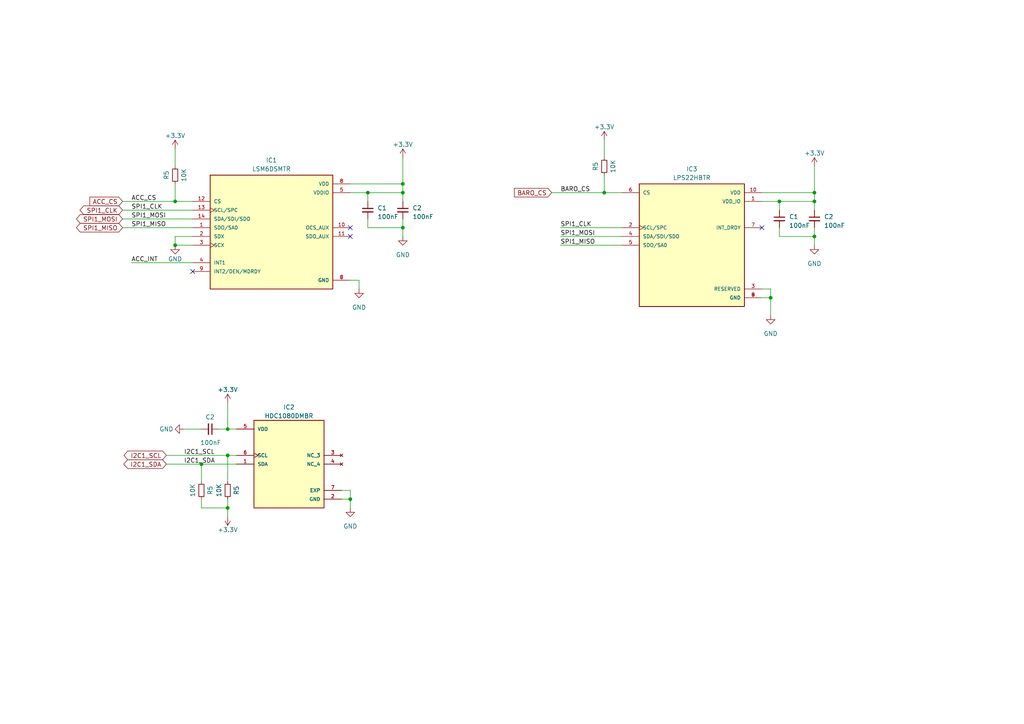
<source format=kicad_sch>
(kicad_sch (version 20230121) (generator eeschema)
  (paper "A4")
  (lib_symbols
    (symbol "Device:C_Small" (pin_numbers hide) (pin_names (offset 0.254) hide)
      (property "Reference" "C" (at 0.254 1.778 0))
      (property "Value" "C_Small" (at 0.254 -2.032 0))
      (symbol "C_Small_0_1"
        (polyline (pts (xy -1.524 -0.508) (xy 1.524 -0.508)) (stroke (width 0.3302)))
        (polyline (pts (xy -1.524 0.508) (xy 1.524 0.508)) (stroke (width 0.3048)))
      )
      (symbol "C_Small_1_1"
        (pin passive line (at 0 2.54 270) (length 2.032) (name "~") (number "1"))
        (pin passive line (at 0 -2.54 90) (length 2.032) (name "~") (number "2"))
      )
    )
    (symbol "Device:R_Small" (pin_numbers hide) (pin_names (offset 0.254) hide)
      (property "Reference" "R" (at 0.762 0.508 0))
      (property "Value" "R_Small" (at 0.762 -1.016 0))
      (symbol "R_Small_0_1"
        (rectangle (start -0.762 1.778) (end 0.762 -1.778) (stroke (width 0.2032)))
      )
      (symbol "R_Small_1_1"
        (pin passive line (at 0 2.54 270) (length 0.762) (name "~") (number "1"))
        (pin passive line (at 0 -2.54 90) (length 0.762) (name "~") (number "2"))
      )
    )
    (symbol "db-sensor-baro:LPS22HBTR" (pin_names (offset 1.016))
      (property "Reference" "IC" (at -15.24 20.32 0))
      (property "Value" "LPS22HBTR" (at -15.24 -20.32 0))
      (symbol "LPS22HBTR_0_0"
        (rectangle (start -15.24 -17.78) (end 15.24 17.78) (stroke (width 0.254)) (fill (type background)))
        (pin power_in line (at 20.32 12.7 180) (length 5.08) (name "VDD_IO") (number "1"))
        (pin power_in line (at 20.32 15.24 180) (length 5.08) (name "VDD") (number "10"))
        (pin input clock (at -20.32 5.08 0) (length 5.08) (name "SCL/SPC") (number "2"))
        (pin passive line (at 20.32 -12.7 180) (length 5.08) (name "RESERVED") (number "3"))
        (pin bidirectional line (at -20.32 2.54 0) (length 5.08) (name "SDA/SDI/SDO") (number "4"))
        (pin bidirectional line (at -20.32 0 0) (length 5.08) (name "SDO/SA0") (number "5"))
        (pin input line (at -20.32 15.24 0) (length 5.08) (name "CS") (number "6"))
        (pin output line (at 20.32 5.08 180) (length 5.08) (name "INT_DRDY") (number "7"))
        (pin power_in line (at 20.32 -15.24 180) (length 5.08) (name "GND") (number "8"))
        (pin power_in line (at 20.32 -15.24 180) (length 5.08) (name "GND") (number "9"))
      )
    )
    (symbol "db-sensor-imu:LSM6DSMTR" (pin_names (offset 1.016))
      (property "Reference" "IC" (at -17.78 16.51 0))
      (property "Value" "LSM6DSMTR" (at -17.78 -21.59 0))
      (symbol "LSM6DSMTR_0_0"
        (rectangle (start -17.78 -17.78) (end 17.78 15.24) (stroke (width 0.254)) (fill (type background)))
        (pin bidirectional line (at -22.86 0 0) (length 5.08) (name "SDO/SA0") (number "1"))
        (pin input line (at 22.86 0 180) (length 5.08) (name "OCS_AUX") (number "10"))
        (pin bidirectional line (at 22.86 -2.54 180) (length 5.08) (name "SDO_AUX") (number "11"))
        (pin input line (at -22.86 7.62 0) (length 5.08) (name "CS") (number "12"))
        (pin input clock (at -22.86 5.08 0) (length 5.08) (name "SCL/SPC") (number "13"))
        (pin bidirectional line (at -22.86 2.54 0) (length 5.08) (name "SDA/SDI/SDO") (number "14"))
        (pin bidirectional line (at -22.86 -2.54 0) (length 5.08) (name "SDX") (number "2"))
        (pin bidirectional clock (at -22.86 -5.08 0) (length 5.08) (name "SCX") (number "3"))
        (pin input line (at -22.86 -10.16 0) (length 5.08) (name "INT1") (number "4"))
        (pin power_in line (at 22.86 10.16 180) (length 5.08) (name "VDDIO") (number "5"))
        (pin power_in line (at 22.86 -15.24 180) (length 5.08) (name "GND") (number "6"))
        (pin power_in line (at 22.86 -15.24 180) (length 5.08) (name "GND") (number "7"))
        (pin power_in line (at 22.86 12.7 180) (length 5.08) (name "VDD") (number "8"))
        (pin input line (at -22.86 -12.7 0) (length 5.08) (name "INT2/DEN/MDRDY") (number "9"))
      )
    )
    (symbol "db-sensor-temp:HDC1080DMBR" (pin_names (offset 1.016))
      (property "Reference" "IC" (at -10.16 13.97 0))
      (property "Value" "HDC1080DMBR" (at -10.16 -15.24 0))
      (symbol "HDC1080DMBR_0_0"
        (rectangle (start -10.16 -12.7) (end 10.16 12.7) (stroke (width 0.254)) (fill (type background)))
        (pin bidirectional line (at -15.24 0 0) (length 5.08) (name "SDA") (number "1"))
        (pin power_in line (at 15.24 -10.16 180) (length 5.08) (name "GND") (number "2"))
        (pin no_connect line (at 15.24 2.54 180) (length 5.08) (name "NC_3") (number "3"))
        (pin no_connect line (at 15.24 0 180) (length 5.08) (name "NC_4") (number "4"))
        (pin power_in line (at -15.24 10.16 0) (length 5.08) (name "VDD") (number "5"))
        (pin input clock (at -15.24 2.54 0) (length 5.08) (name "SCL") (number "6"))
        (pin passive line (at 15.24 -7.62 180) (length 5.08) (name "EXP") (number "7"))
      )
    )
    (symbol "power:+3.3V" (power) (pin_names (offset 0))
      (property "Value" "+3.3V" (at 0 3.556 0))
      (symbol "+3.3V_0_1"
        (polyline (pts (xy -0.762 1.27) (xy 0 2.54)))
        (polyline (pts (xy 0 0) (xy 0 2.54)))
        (polyline (pts (xy 0 2.54) (xy 0.762 1.27)))
      )
      (symbol "+3.3V_1_1"
        (pin power_in line (at 0 0 90) (length 0) hide (name "+3.3V") (number "1"))
      )
    )
    (symbol "power:GND" (power) (pin_names (offset 0))
      (property "Value" "GND" (at 0 -3.81 0))
      (symbol "GND_0_1"
        (polyline (pts (xy 0 0) (xy 0 -1.27) (xy 1.27 -1.27) (xy 0 -2.54) (xy -1.27 -1.27) (xy 0 -1.27)))
      )
      (symbol "GND_1_1"
        (pin power_in line (at 0 0 270) (length 0) hide (name "GND") (number "1"))
      )
    )
  )
  (junction (at 226.06 58.42))
  (junction (at 58.42 134.62))
  (junction (at 101.6 144.78))
  (junction (at 66.04 132.08))
  (junction (at 50.8 71.12))
  (junction (at 106.68 55.88))
  (junction (at 66.04 124.46))
  (junction (at 236.22 58.42))
  (junction (at 236.22 55.88))
  (junction (at 116.84 55.88))
  (junction (at 116.84 53.34))
  (junction (at 223.52 86.36))
  (junction (at 50.8 58.42))
  (junction (at 175.26 55.88))
  (junction (at 236.22 68.58))
  (junction (at 66.04 147.32))
  (junction (at 116.84 66.04))
  (no_connect (at 55.88 78.74))
  (no_connect (at 220.98 66.04))
  (no_connect (at 101.6 66.04))
  (no_connect (at 101.6 68.58))
  (wire (pts (xy 48.26 132.08) (xy 66.04 132.08)))
  (wire (pts (xy 236.22 66.04) (xy 236.22 68.58)))
  (wire (pts (xy 226.06 68.58) (xy 236.22 68.58)))
  (wire (pts (xy 101.6 142.24) (xy 101.6 144.78)))
  (wire (pts (xy 58.42 134.62) (xy 58.42 139.7)))
  (wire (pts (xy 175.26 55.88) (xy 175.26 50.8)))
  (wire (pts (xy 116.84 66.04) (xy 116.84 68.58)))
  (wire (pts (xy 58.42 124.46) (xy 53.34 124.46)))
  (wire (pts (xy 220.98 55.88) (xy 236.22 55.88)))
  (wire (pts (xy 223.52 83.82) (xy 223.52 86.36)))
  (wire (pts (xy 55.88 68.58) (xy 50.8 68.58)))
  (wire (pts (xy 162.56 71.12) (xy 180.34 71.12)))
  (wire (pts (xy 160.02 55.88) (xy 175.26 55.88)))
  (wire (pts (xy 55.88 58.42) (xy 50.8 58.42)))
  (wire (pts (xy 35.56 60.96) (xy 55.88 60.96)))
  (wire (pts (xy 223.52 86.36) (xy 223.52 91.44)))
  (wire (pts (xy 101.6 144.78) (xy 101.6 147.32)))
  (wire (pts (xy 66.04 132.08) (xy 68.58 132.08)))
  (wire (pts (xy 106.68 55.88) (xy 116.84 55.88)))
  (wire (pts (xy 66.04 147.32) (xy 66.04 149.86)))
  (wire (pts (xy 162.56 68.58) (xy 180.34 68.58)))
  (wire (pts (xy 58.42 144.78) (xy 58.42 147.32)))
  (wire (pts (xy 50.8 68.58) (xy 50.8 71.12)))
  (wire (pts (xy 66.04 124.46) (xy 63.5 124.46)))
  (wire (pts (xy 35.56 66.04) (xy 55.88 66.04)))
  (wire (pts (xy 236.22 58.42) (xy 236.22 55.88)))
  (wire (pts (xy 220.98 86.36) (xy 223.52 86.36)))
  (wire (pts (xy 35.56 58.42) (xy 50.8 58.42)))
  (wire (pts (xy 50.8 43.18) (xy 50.8 48.26)))
  (wire (pts (xy 220.98 83.82) (xy 223.52 83.82)))
  (wire (pts (xy 48.26 134.62) (xy 58.42 134.62)))
  (wire (pts (xy 50.8 71.12) (xy 55.88 71.12)))
  (wire (pts (xy 162.56 66.04) (xy 180.34 66.04)))
  (wire (pts (xy 66.04 132.08) (xy 66.04 139.7)))
  (wire (pts (xy 236.22 55.88) (xy 236.22 48.26)))
  (wire (pts (xy 68.58 124.46) (xy 66.04 124.46)))
  (wire (pts (xy 101.6 55.88) (xy 106.68 55.88)))
  (wire (pts (xy 106.68 66.04) (xy 116.84 66.04)))
  (wire (pts (xy 101.6 81.28) (xy 104.14 81.28)))
  (wire (pts (xy 116.84 55.88) (xy 116.84 58.42)))
  (wire (pts (xy 66.04 124.46) (xy 66.04 116.84)))
  (wire (pts (xy 226.06 58.42) (xy 236.22 58.42)))
  (wire (pts (xy 220.98 58.42) (xy 226.06 58.42)))
  (wire (pts (xy 180.34 55.88) (xy 175.26 55.88)))
  (wire (pts (xy 236.22 68.58) (xy 236.22 71.12)))
  (wire (pts (xy 116.84 55.88) (xy 116.84 53.34)))
  (wire (pts (xy 58.42 134.62) (xy 68.58 134.62)))
  (wire (pts (xy 58.42 147.32) (xy 66.04 147.32)))
  (wire (pts (xy 226.06 58.42) (xy 226.06 60.96)))
  (wire (pts (xy 226.06 66.04) (xy 226.06 68.58)))
  (wire (pts (xy 101.6 53.34) (xy 116.84 53.34)))
  (wire (pts (xy 175.26 40.64) (xy 175.26 45.72)))
  (wire (pts (xy 99.06 144.78) (xy 101.6 144.78)))
  (wire (pts (xy 106.68 55.88) (xy 106.68 58.42)))
  (wire (pts (xy 106.68 63.5) (xy 106.68 66.04)))
  (wire (pts (xy 35.56 63.5) (xy 55.88 63.5)))
  (wire (pts (xy 66.04 144.78) (xy 66.04 147.32)))
  (wire (pts (xy 116.84 63.5) (xy 116.84 66.04)))
  (wire (pts (xy 50.8 53.34) (xy 50.8 58.42)))
  (wire (pts (xy 116.84 53.34) (xy 116.84 45.72)))
  (wire (pts (xy 38.1 76.2) (xy 55.88 76.2)))
  (wire (pts (xy 104.14 81.28) (xy 104.14 83.82)))
  (wire (pts (xy 99.06 142.24) (xy 101.6 142.24)))
  (wire (pts (xy 236.22 58.42) (xy 236.22 60.96)))
  (label "ACC_INT" (at 38.1 76.2 0))
  (label "SPI1_MISO" (at 162.56 71.12 0))
  (label "I2C1_SDA" (at 53.34 134.62 0))
  (label "SPI1_MISO" (at 38.1 66.04 0))
  (label "ACC_CS" (at 38.1 58.42 0))
  (label "SPI1_MOSI" (at 162.56 68.58 0))
  (label "SPI1_MOSI" (at 38.1 63.5 0))
  (label "I2C1_SCL" (at 53.34 132.08 0))
  (label "BARO_CS" (at 162.56 55.88 0))
  (label "SPI1_CLK" (at 162.56 66.04 0))
  (label "SPI1_CLK" (at 38.1 60.96 0))
  (global_label "I2C1_SCL" (shape bidirectional) (at 48.26 132.08 180) (property "Intersheetrefs" "${INTERSHEET_REFS}" (effects hide)))
  (global_label "SPI1_MISO" (shape bidirectional) (at 35.56 66.04 180) (property "Intersheetrefs" "${INTERSHEET_REFS}" (effects hide)))
  (global_label "ACC_CS" (shape input) (at 35.56 58.42 180) (property "Intersheetrefs" "${INTERSHEET_REFS}" (effects hide)))
  (global_label "I2C1_SDA" (shape bidirectional) (at 48.26 134.62 180) (property "Intersheetrefs" "${INTERSHEET_REFS}" (effects hide)))
  (global_label "BARO_CS" (shape input) (at 160.02 55.88 180) (property "Intersheetrefs" "${INTERSHEET_REFS}" (effects hide)))
  (global_label "SPI1_MOSI" (shape bidirectional) (at 35.56 63.5 180) (property "Intersheetrefs" "${INTERSHEET_REFS}" (effects hide)))
  (global_label "SPI1_CLK" (shape bidirectional) (at 35.56 60.96 180) (property "Intersheetrefs" "${INTERSHEET_REFS}" (effects hide)))
  (symbol (lib_id "db-sensor-imu:LSM6DSMTR") (at 78.74 66.04 0) (unit 1)
    (property "Reference" "IC1" (at 78.74 46.482 0))
    (property "Value" "LSM6DSMTR" (at 78.74 49.022 0))
    (property "Footprint" "PQFN50P300X250X86-14N" (effects hide))
    (property "MANUFACTURER" "STMicroelectronics" (effects hide))
    (property "PARTREV" "Rev 7" (effects hide))
    (property "STANDARD" "IPC 7351B" (effects hide))
    (property "MAXIMUM_PACKAGE_HEIGHT" "0.86 mm" (effects hide))
  )
  (symbol (lib_id "power:+3.3V") (at 236.22 48.26 0) (unit 1)
    (property "Reference" "#PWR02" (effects hide))
    (property "Value" "+3.3V" (at 236.22 44.45 0))
    (instances (project "d3vk1t" (path "" (reference "#PWR02") (unit 1)) (path "" (reference "#PWR014") (unit 1)) (path "" (reference "#PWR038") (unit 1))))
  )
  (symbol (lib_id "Device:R_Small") (at 58.42 142.24 0) (unit 1)
    (property "Reference" "R5" (at 60.96 142.24 90))
    (property "Value" "10K" (at 55.88 142.24 90))
    (property "Footprint" "Resistor_SMD:R_0402_1005Metric" (effects hide))
    (instances (project "d3vk1t" (path "" (reference "R5") (unit 1)) (path "" (reference "R13") (unit 1))))
  )
  (symbol (lib_id "power:GND") (at 50.8 71.12 0) (unit 1)
    (property "Reference" "#PWR07" (effects hide))
    (property "Value" "GND" (at 50.7753 75.1418 0))
    (instances (project "d3vk1t" (path "" (reference "#PWR07") (unit 1)) (path "" (reference "#PWR034") (unit 1))))
  )
  (symbol (lib_id "power:GND") (at 53.34 124.46 270) (mirror x) (unit 1)
    (property "Reference" "#PWR07" (effects hide))
    (property "Value" "GND" (at 48.26 124.46 90))
    (instances (project "d3vk1t" (path "" (reference "#PWR07") (unit 1)) (path "" (reference "#PWR041") (unit 1))))
  )
  (symbol (lib_id "db-sensor-baro:LPS22HBTR") (at 200.66 71.12 0) (unit 1)
    (property "Reference" "IC3" (at 200.66 49.022 0))
    (property "Value" "LPS22HBTR" (at 200.66 51.562 0))
    (property "Footprint" "PQFN50P200X200X80-10N" (effects hide))
    (property "MANUFACTURER" "STMicroelectronics" (effects hide))
    (property "PARTREV" "6" (effects hide))
    (property "STANDARD" "IPC-7351B" (effects hide))
    (property "MAXIMUM_PACKAGE_HEIGHT" "0.8mm" (effects hide))
  )
  (symbol (lib_id "power:GND") (at 101.6 147.32 0) (unit 1)
    (property "Reference" "#PWR07" (effects hide))
    (property "Value" "GND" (at 101.6 152.654 0))
    (instances (project "d3vk1t" (path "" (reference "#PWR07") (unit 1)) (path "" (reference "#PWR033") (unit 1))))
  )
  (symbol (lib_id "Device:C_Small") (at 226.06 63.5 0) (unit 1)
    (property "Reference" "C1" (at 228.854 62.8713 0) (effects (justify left)))
    (property "Value" "100nF" (at 228.854 65.4113 0) (effects (justify left)))
    (property "Footprint" "Capacitor_SMD:C_0402_1005Metric" (effects hide))
    (instances (project "d3vk1t" (path "" (reference "C1") (unit 1)) (path "" (reference "C18") (unit 1))))
  )
  (symbol (lib_id "power:+3.3V") (at 66.04 116.84 0) (mirror y) (unit 1)
    (property "Reference" "#PWR02" (effects hide))
    (property "Value" "+3.3V" (at 66.04 113.03 0))
    (instances (project "d3vk1t" (path "" (reference "#PWR02") (unit 1)) (path "" (reference "#PWR014") (unit 1)) (path "" (reference "#PWR040") (unit 1))))
  )
  (symbol (lib_id "power:+3.3V") (at 50.8 43.18 0) (unit 1)
    (property "Reference" "#PWR02" (effects hide))
    (property "Value" "+3.3V" (at 50.8 39.37 0))
    (instances (project "d3vk1t" (path "" (reference "#PWR02") (unit 1)) (path "" (reference "#PWR014") (unit 1)) (path "" (reference "#PWR030") (unit 1))))
  )
  (symbol (lib_id "Device:C_Small") (at 236.22 63.5 0) (unit 1)
    (property "Reference" "C2" (at 239.014 62.8713 0) (effects (justify left)))
    (property "Value" "100nF" (at 239.014 65.4113 0) (effects (justify left)))
    (property "Footprint" "Capacitor_SMD:C_0402_1005Metric" (effects hide))
    (instances (project "d3vk1t" (path "" (reference "C2") (unit 1)) (path "" (reference "C19") (unit 1))))
  )
  (symbol (lib_id "Device:R_Small") (at 66.04 142.24 0) (unit 1)
    (property "Reference" "R5" (at 68.58 142.24 90))
    (property "Value" "10K" (at 63.5 142.24 90))
    (property "Footprint" "Resistor_SMD:R_0402_1005Metric" (effects hide))
    (instances (project "d3vk1t" (path "" (reference "R5") (unit 1)) (path "" (reference "R12") (unit 1))))
  )
  (symbol (lib_id "power:GND") (at 236.22 71.12 0) (unit 1)
    (property "Reference" "#PWR07" (effects hide))
    (property "Value" "GND" (at 236.22 76.454 0))
    (instances (project "d3vk1t" (path "" (reference "#PWR07") (unit 1)) (path "" (reference "#PWR039") (unit 1))))
  )
  (symbol (lib_id "Device:C_Small") (at 106.68 60.96 0) (unit 1)
    (property "Reference" "C1" (at 109.474 60.3313 0) (effects (justify left)))
    (property "Value" "100nF" (at 109.474 62.8713 0) (effects (justify left)))
    (property "Footprint" "Capacitor_SMD:C_0402_1005Metric" (effects hide))
    (instances (project "d3vk1t" (path "" (reference "C1") (unit 1)) (path "" (reference "C16") (unit 1))))
  )
  (symbol (lib_id "power:GND") (at 104.14 83.82 0) (unit 1)
    (property "Reference" "#PWR07" (effects hide))
    (property "Value" "GND" (at 104.14 89.154 0))
    (instances (project "d3vk1t" (path "" (reference "#PWR07") (unit 1)) (path "" (reference "#PWR035") (unit 1))))
  )
  (symbol (lib_id "power:+3.3V") (at 116.84 45.72 0) (unit 1)
    (property "Reference" "#PWR02" (effects hide))
    (property "Value" "+3.3V" (at 116.84 41.91 0))
    (instances (project "d3vk1t" (path "" (reference "#PWR02") (unit 1)) (path "" (reference "#PWR014") (unit 1)) (path "" (reference "#PWR036") (unit 1))))
  )
  (symbol (lib_id "power:+3.3V") (at 66.04 149.86 180) (unit 1)
    (property "Reference" "#PWR02" (effects hide))
    (property "Value" "+3.3V" (at 66.04 153.67 0))
    (instances (project "d3vk1t" (path "" (reference "#PWR02") (unit 1)) (path "" (reference "#PWR014") (unit 1)) (path "" (reference "#PWR042") (unit 1))))
  )
  (symbol (lib_id "power:+3.3V") (at 175.26 40.64 0) (unit 1)
    (property "Reference" "#PWR02" (effects hide))
    (property "Value" "+3.3V" (at 175.26 36.83 0))
    (instances (project "d3vk1t" (path "" (reference "#PWR02") (unit 1)) (path "" (reference "#PWR014") (unit 1)) (path "" (reference "#PWR031") (unit 1))))
  )
  (symbol (lib_id "Device:R_Small") (at 175.26 48.26 180) (unit 1)
    (property "Reference" "R5" (at 172.72 48.26 90))
    (property "Value" "10K" (at 177.8 48.26 90))
    (property "Footprint" "Resistor_SMD:R_0402_1005Metric" (effects hide))
    (instances (project "d3vk1t" (path "" (reference "R5") (unit 1)) (path "" (reference "R11") (unit 1))))
  )
  (symbol (lib_id "power:GND") (at 116.84 68.58 0) (unit 1)
    (property "Reference" "#PWR07" (effects hide))
    (property "Value" "GND" (at 116.84 73.914 0))
    (instances (project "d3vk1t" (path "" (reference "#PWR07") (unit 1)) (path "" (reference "#PWR037") (unit 1))))
  )
  (symbol (lib_id "Device:C_Small") (at 116.84 60.96 0) (unit 1)
    (property "Reference" "C2" (at 119.634 60.3313 0) (effects (justify left)))
    (property "Value" "100nF" (at 119.634 62.8713 0) (effects (justify left)))
    (property "Footprint" "Capacitor_SMD:C_0402_1005Metric" (effects hide))
    (instances (project "d3vk1t" (path "" (reference "C2") (unit 1)) (path "" (reference "C17") (unit 1))))
  )
  (symbol (lib_id "db-sensor-temp:HDC1080DMBR") (at 83.82 134.62 0) (unit 1)
    (property "Reference" "IC2" (at 83.82 118.11 0))
    (property "Value" "HDC1080DMBR" (at 83.82 120.65 0))
    (property "Footprint" "SON100P300X300X80-7N" (effects hide))
    (property "MANUFACTURER" "Texas Instruments" (effects hide))
    (property "MAXIMUM_PACKAGE_HEIGHT" "0.8 mm" (effects hide))
    (property "STANDARD" "Manufacturer Recommendations" (effects hide))
    (property "PARTREV" "A" (effects hide))
  )
  (symbol (lib_id "power:GND") (at 223.52 91.44 0) (unit 1)
    (property "Reference" "#PWR07" (effects hide))
    (property "Value" "GND" (at 223.52 96.774 0))
    (instances (project "d3vk1t" (path "" (reference "#PWR07") (unit 1)) (path "" (reference "#PWR032") (unit 1))))
  )
  (symbol (lib_id "Device:R_Small") (at 50.8 50.8 180) (unit 1)
    (property "Reference" "R5" (at 48.26 50.8 90))
    (property "Value" "10K" (at 53.34 50.8 90))
    (property "Footprint" "Resistor_SMD:R_0402_1005Metric" (effects hide))
    (instances (project "d3vk1t" (path "" (reference "R5") (unit 1)) (path "" (reference "R10") (unit 1))))
  )
  (symbol (lib_id "Device:C_Small") (at 60.96 124.46 270) (mirror x) (unit 1)
    (property "Reference" "C2" (at 59.5743 120.9697 90) (effects (justify left)))
    (property "Value" "100nF" (at 58.0592 128.4006 90) (effects (justify left)))
    (property "Footprint" "Capacitor_SMD:C_0402_1005Metric" (effects hide))
    (instances (project "d3vk1t" (path "" (reference "C2") (unit 1)) (path "" (reference "C21") (unit 1))))
  )
)
</source>
